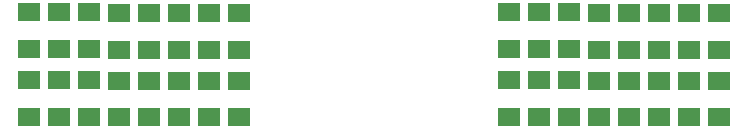
<source format=gtp>
G04 MADE WITH FRITZING*
G04 WWW.FRITZING.ORG*
G04 DOUBLE SIDED*
G04 HOLES PLATED*
G04 CONTOUR ON CENTER OF CONTOUR VECTOR*
%ASAXBY*%
%FSLAX23Y23*%
%MOIN*%
%OFA0B0*%
%SFA1.0B1.0*%
%ADD10R,0.074803X0.062992*%
%LNPASTEMASK1*%
G90*
G70*
G54D10*
X693Y475D03*
X693Y597D03*
X793Y475D03*
X793Y597D03*
X893Y475D03*
X893Y597D03*
X993Y472D03*
X993Y594D03*
X1093Y472D03*
X1093Y594D03*
X1193Y472D03*
X1193Y594D03*
X1293Y472D03*
X1293Y594D03*
X1393Y472D03*
X1393Y594D03*
X2293Y475D03*
X2293Y597D03*
X2393Y475D03*
X2393Y597D03*
X2493Y475D03*
X2493Y597D03*
X2593Y472D03*
X2593Y594D03*
X2693Y472D03*
X2693Y594D03*
X2793Y472D03*
X2793Y594D03*
X2893Y472D03*
X2893Y594D03*
X2993Y472D03*
X2993Y594D03*
X693Y700D03*
X693Y822D03*
X793Y700D03*
X793Y822D03*
X893Y700D03*
X893Y822D03*
X993Y697D03*
X993Y819D03*
X1093Y697D03*
X1093Y819D03*
X1193Y697D03*
X1193Y819D03*
X1293Y697D03*
X1293Y819D03*
X1393Y697D03*
X1393Y819D03*
X2293Y700D03*
X2293Y822D03*
X2393Y700D03*
X2393Y822D03*
X2493Y700D03*
X2493Y822D03*
X2593Y697D03*
X2593Y819D03*
X2693Y697D03*
X2693Y819D03*
X2793Y697D03*
X2793Y819D03*
X2893Y697D03*
X2893Y819D03*
X2993Y697D03*
X2993Y819D03*
G04 End of PasteMask1*
M02*
</source>
